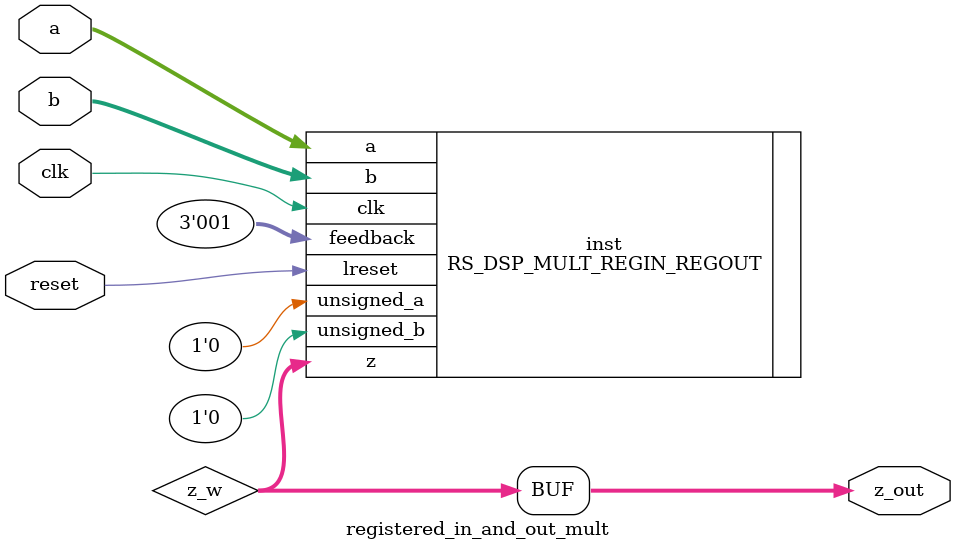
<source format=v>
module registered_in_and_out_mult (
    input wire clk, reset,
	input  wire [19:0] a,
    input  wire [17:0] b,
    output wire [37:0] z_out
    );

    parameter [79:0] MODE_BITS = 80'd0;
    
    wire [37:0] z_w;

	RS_DSP_MULT_REGIN_REGOUT #(
    .MODE_BITS(80'h00000000000000000000)) 
        inst(.a(a), .b(b), .z(z_w),. clk(clk), .lreset(reset) ,. feedback(3'd1), .unsigned_a(1'b0), .unsigned_b(1'b0));
	
    assign z_out = z_w;

endmodule

</source>
